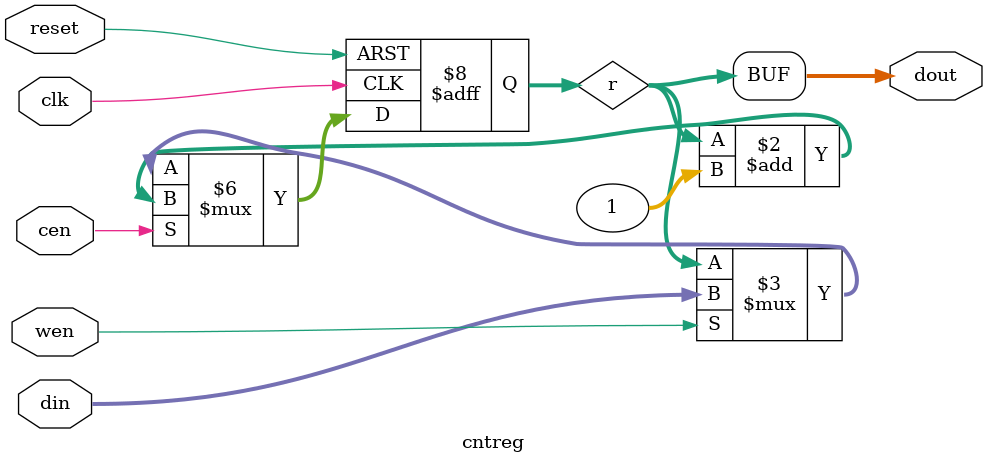
<source format=v>
module cntreg(clk, reset, cen, wen, din, dout);
   parameter WIDTH= 32;
   
   input wire clk;
   input wire reset;
   input wire cen;
   input wire wen;
   input wire [WIDTH-1:0] din;
   output wire [WIDTH-1:0] dout;
   
   reg [WIDTH-1:0] 	   r;
   
   always @(posedge clk, posedge reset)
     begin
	if (reset)
	  r <= 0;
	else
	  begin
	     if (cen)
	       r <= r+1;
	     else if (wen)
	       r <= din;
	  end
     end

   assign dout= r;
   
endmodule // cntreg

</source>
